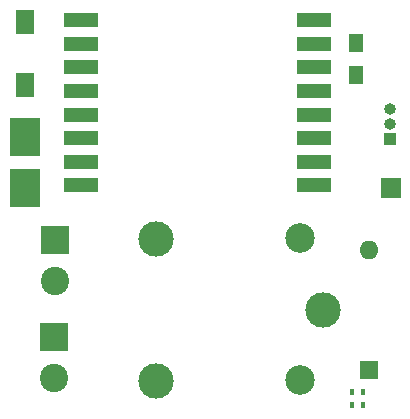
<source format=gts>
G04 #@! TF.GenerationSoftware,KiCad,Pcbnew,no-vcs-found-44b118f~58~ubuntu16.04.1*
G04 #@! TF.CreationDate,2017-06-12T14:53:59+03:00*
G04 #@! TF.ProjectId,led_strip_actuator_node,6C65645F73747269705F616374756174,rev?*
G04 #@! TF.FileFunction,Soldermask,Top*
G04 #@! TF.FilePolarity,Negative*
%FSLAX46Y46*%
G04 Gerber Fmt 4.6, Leading zero omitted, Abs format (unit mm)*
G04 Created by KiCad (PCBNEW no-vcs-found-44b118f~58~ubuntu16.04.1) date Mon Jun 12 14:53:59 2017*
%MOMM*%
%LPD*%
G01*
G04 APERTURE LIST*
%ADD10C,0.100000*%
%ADD11R,1.600000X2.000000*%
%ADD12R,2.500000X3.200000*%
%ADD13O,1.600000X1.600000*%
%ADD14R,1.600000X1.600000*%
%ADD15R,1.700000X1.700000*%
%ADD16R,1.300000X1.500000*%
%ADD17C,2.500000*%
%ADD18C,3.000000*%
%ADD19R,3.000000X1.200000*%
%ADD20R,2.400000X2.400000*%
%ADD21C,2.400000*%
%ADD22O,1.000000X1.000000*%
%ADD23R,1.000000X1.000000*%
%ADD24R,0.400000X0.600000*%
G04 APERTURE END LIST*
D10*
D11*
X114800000Y-59300000D03*
X114800000Y-64700000D03*
D12*
X114800000Y-69050000D03*
X114800000Y-73350000D03*
D13*
X143940000Y-78640000D03*
D14*
X143940000Y-88800000D03*
D15*
X145800000Y-73400000D03*
D16*
X142850000Y-61150000D03*
X142850000Y-63850000D03*
D17*
X138150000Y-77650000D03*
X138150000Y-89650000D03*
D18*
X140100000Y-83700000D03*
X125900000Y-77700000D03*
X125900000Y-89700000D03*
D19*
X139265935Y-59168221D03*
X139265935Y-61168221D03*
X139265935Y-63168221D03*
X139265935Y-65168221D03*
X139265935Y-67168221D03*
X139265935Y-69168221D03*
X139265935Y-71168221D03*
X139265935Y-73168221D03*
X119565935Y-73168221D03*
X119565935Y-71168221D03*
X119565935Y-69168221D03*
X119565935Y-67168221D03*
X119565935Y-65168221D03*
X119565935Y-63168221D03*
X119565935Y-61168221D03*
X119565935Y-59168221D03*
D20*
X117400000Y-77800000D03*
D21*
X117400000Y-81300000D03*
X117300000Y-89500000D03*
D20*
X117300000Y-86000000D03*
D22*
X145700000Y-66660000D03*
X145700000Y-67930000D03*
D23*
X145700000Y-69200000D03*
D24*
X143450000Y-90700000D03*
X142550000Y-90700000D03*
X143450000Y-91800000D03*
X142550000Y-91800000D03*
M02*

</source>
